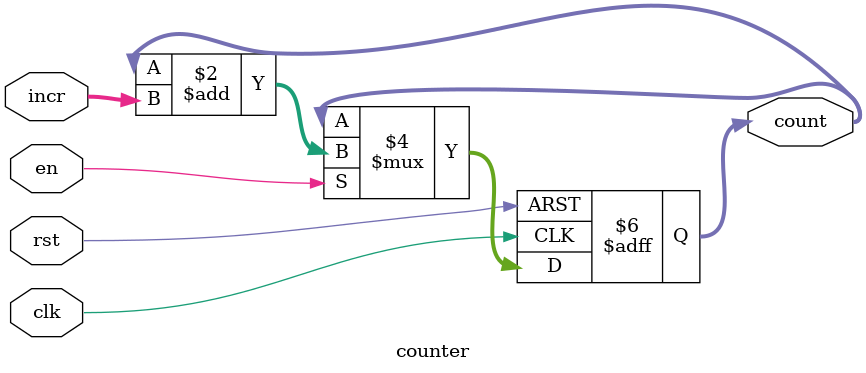
<source format=sv>
module counter #(
    parameter WIDTH = 8,
              START = 8
)(
    // interface signals
    input logic                 clk,  // clock
    input logic                 rst,  // reset
    input logic                 en,   // counter enable
    input logic  [WIDTH-1:0]    incr,
    output logic [WIDTH-1:0]    count // counter output 
);

initial
    count = START;

always_ff @(posedge clk, posedge rst) 
    if (rst) count <= {WIDTH{1'b0}};
    else if(en)     count <= count + incr;

endmodule

</source>
